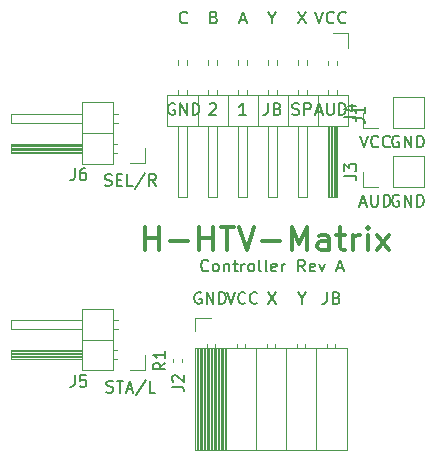
<source format=gbr>
%TF.GenerationSoftware,KiCad,Pcbnew,5.1.9+dfsg1-1*%
%TF.CreationDate,2021-11-08T10:09:36+01:00*%
%TF.ProjectId,Controller,436f6e74-726f-46c6-9c65-722e6b696361,rev?*%
%TF.SameCoordinates,Original*%
%TF.FileFunction,Legend,Top*%
%TF.FilePolarity,Positive*%
%FSLAX46Y46*%
G04 Gerber Fmt 4.6, Leading zero omitted, Abs format (unit mm)*
G04 Created by KiCad (PCBNEW 5.1.9+dfsg1-1) date 2021-11-08 10:09:36*
%MOMM*%
%LPD*%
G01*
G04 APERTURE LIST*
%ADD10C,0.200000*%
%ADD11C,0.300000*%
%ADD12C,0.150000*%
%ADD13C,0.120000*%
G04 APERTURE END LIST*
D10*
X109595238Y-80357142D02*
X109547619Y-80404761D01*
X109404761Y-80452380D01*
X109309523Y-80452380D01*
X109166666Y-80404761D01*
X109071428Y-80309523D01*
X109023809Y-80214285D01*
X108976190Y-80023809D01*
X108976190Y-79880952D01*
X109023809Y-79690476D01*
X109071428Y-79595238D01*
X109166666Y-79500000D01*
X109309523Y-79452380D01*
X109404761Y-79452380D01*
X109547619Y-79500000D01*
X109595238Y-79547619D01*
X110166666Y-80452380D02*
X110071428Y-80404761D01*
X110023809Y-80357142D01*
X109976190Y-80261904D01*
X109976190Y-79976190D01*
X110023809Y-79880952D01*
X110071428Y-79833333D01*
X110166666Y-79785714D01*
X110309523Y-79785714D01*
X110404761Y-79833333D01*
X110452380Y-79880952D01*
X110500000Y-79976190D01*
X110500000Y-80261904D01*
X110452380Y-80357142D01*
X110404761Y-80404761D01*
X110309523Y-80452380D01*
X110166666Y-80452380D01*
X110928571Y-79785714D02*
X110928571Y-80452380D01*
X110928571Y-79880952D02*
X110976190Y-79833333D01*
X111071428Y-79785714D01*
X111214285Y-79785714D01*
X111309523Y-79833333D01*
X111357142Y-79928571D01*
X111357142Y-80452380D01*
X111690476Y-79785714D02*
X112071428Y-79785714D01*
X111833333Y-79452380D02*
X111833333Y-80309523D01*
X111880952Y-80404761D01*
X111976190Y-80452380D01*
X112071428Y-80452380D01*
X112404761Y-80452380D02*
X112404761Y-79785714D01*
X112404761Y-79976190D02*
X112452380Y-79880952D01*
X112500000Y-79833333D01*
X112595238Y-79785714D01*
X112690476Y-79785714D01*
X113166666Y-80452380D02*
X113071428Y-80404761D01*
X113023809Y-80357142D01*
X112976190Y-80261904D01*
X112976190Y-79976190D01*
X113023809Y-79880952D01*
X113071428Y-79833333D01*
X113166666Y-79785714D01*
X113309523Y-79785714D01*
X113404761Y-79833333D01*
X113452380Y-79880952D01*
X113500000Y-79976190D01*
X113500000Y-80261904D01*
X113452380Y-80357142D01*
X113404761Y-80404761D01*
X113309523Y-80452380D01*
X113166666Y-80452380D01*
X114071428Y-80452380D02*
X113976190Y-80404761D01*
X113928571Y-80309523D01*
X113928571Y-79452380D01*
X114595238Y-80452380D02*
X114500000Y-80404761D01*
X114452380Y-80309523D01*
X114452380Y-79452380D01*
X115357142Y-80404761D02*
X115261904Y-80452380D01*
X115071428Y-80452380D01*
X114976190Y-80404761D01*
X114928571Y-80309523D01*
X114928571Y-79928571D01*
X114976190Y-79833333D01*
X115071428Y-79785714D01*
X115261904Y-79785714D01*
X115357142Y-79833333D01*
X115404761Y-79928571D01*
X115404761Y-80023809D01*
X114928571Y-80119047D01*
X115833333Y-80452380D02*
X115833333Y-79785714D01*
X115833333Y-79976190D02*
X115880952Y-79880952D01*
X115928571Y-79833333D01*
X116023809Y-79785714D01*
X116119047Y-79785714D01*
X117785714Y-80452380D02*
X117452380Y-79976190D01*
X117214285Y-80452380D02*
X117214285Y-79452380D01*
X117595238Y-79452380D01*
X117690476Y-79500000D01*
X117738095Y-79547619D01*
X117785714Y-79642857D01*
X117785714Y-79785714D01*
X117738095Y-79880952D01*
X117690476Y-79928571D01*
X117595238Y-79976190D01*
X117214285Y-79976190D01*
X118595238Y-80404761D02*
X118500000Y-80452380D01*
X118309523Y-80452380D01*
X118214285Y-80404761D01*
X118166666Y-80309523D01*
X118166666Y-79928571D01*
X118214285Y-79833333D01*
X118309523Y-79785714D01*
X118500000Y-79785714D01*
X118595238Y-79833333D01*
X118642857Y-79928571D01*
X118642857Y-80023809D01*
X118166666Y-80119047D01*
X118976190Y-79785714D02*
X119214285Y-80452380D01*
X119452380Y-79785714D01*
X120547619Y-80166666D02*
X121023809Y-80166666D01*
X120452380Y-80452380D02*
X120785714Y-79452380D01*
X121119047Y-80452380D01*
D11*
X104261904Y-78654761D02*
X104261904Y-76654761D01*
X104261904Y-77607142D02*
X105404761Y-77607142D01*
X105404761Y-78654761D02*
X105404761Y-76654761D01*
X106357142Y-77892857D02*
X107880952Y-77892857D01*
X108833333Y-78654761D02*
X108833333Y-76654761D01*
X108833333Y-77607142D02*
X109976190Y-77607142D01*
X109976190Y-78654761D02*
X109976190Y-76654761D01*
X110642857Y-76654761D02*
X111785714Y-76654761D01*
X111214285Y-78654761D02*
X111214285Y-76654761D01*
X112166666Y-76654761D02*
X112833333Y-78654761D01*
X113500000Y-76654761D01*
X114166666Y-77892857D02*
X115690476Y-77892857D01*
X116642857Y-78654761D02*
X116642857Y-76654761D01*
X117309523Y-78083333D01*
X117976190Y-76654761D01*
X117976190Y-78654761D01*
X119785714Y-78654761D02*
X119785714Y-77607142D01*
X119690476Y-77416666D01*
X119500000Y-77321428D01*
X119119047Y-77321428D01*
X118928571Y-77416666D01*
X119785714Y-78559523D02*
X119595238Y-78654761D01*
X119119047Y-78654761D01*
X118928571Y-78559523D01*
X118833333Y-78369047D01*
X118833333Y-78178571D01*
X118928571Y-77988095D01*
X119119047Y-77892857D01*
X119595238Y-77892857D01*
X119785714Y-77797619D01*
X120452380Y-77321428D02*
X121214285Y-77321428D01*
X120738095Y-76654761D02*
X120738095Y-78369047D01*
X120833333Y-78559523D01*
X121023809Y-78654761D01*
X121214285Y-78654761D01*
X121880952Y-78654761D02*
X121880952Y-77321428D01*
X121880952Y-77702380D02*
X121976190Y-77511904D01*
X122071428Y-77416666D01*
X122261904Y-77321428D01*
X122452380Y-77321428D01*
X123119047Y-78654761D02*
X123119047Y-77321428D01*
X123119047Y-76654761D02*
X123023809Y-76750000D01*
X123119047Y-76845238D01*
X123214285Y-76750000D01*
X123119047Y-76654761D01*
X123119047Y-76845238D01*
X123880952Y-78654761D02*
X124928571Y-77321428D01*
X123880952Y-77321428D02*
X124928571Y-78654761D01*
D12*
X100976190Y-90654761D02*
X101119047Y-90702380D01*
X101357142Y-90702380D01*
X101452380Y-90654761D01*
X101500000Y-90607142D01*
X101547619Y-90511904D01*
X101547619Y-90416666D01*
X101500000Y-90321428D01*
X101452380Y-90273809D01*
X101357142Y-90226190D01*
X101166666Y-90178571D01*
X101071428Y-90130952D01*
X101023809Y-90083333D01*
X100976190Y-89988095D01*
X100976190Y-89892857D01*
X101023809Y-89797619D01*
X101071428Y-89750000D01*
X101166666Y-89702380D01*
X101404761Y-89702380D01*
X101547619Y-89750000D01*
X101833333Y-89702380D02*
X102404761Y-89702380D01*
X102119047Y-90702380D02*
X102119047Y-89702380D01*
X102690476Y-90416666D02*
X103166666Y-90416666D01*
X102595238Y-90702380D02*
X102928571Y-89702380D01*
X103261904Y-90702380D01*
X104309523Y-89654761D02*
X103452380Y-90940476D01*
X105119047Y-90702380D02*
X104642857Y-90702380D01*
X104642857Y-89702380D01*
X100833333Y-73154761D02*
X100976190Y-73202380D01*
X101214285Y-73202380D01*
X101309523Y-73154761D01*
X101357142Y-73107142D01*
X101404761Y-73011904D01*
X101404761Y-72916666D01*
X101357142Y-72821428D01*
X101309523Y-72773809D01*
X101214285Y-72726190D01*
X101023809Y-72678571D01*
X100928571Y-72630952D01*
X100880952Y-72583333D01*
X100833333Y-72488095D01*
X100833333Y-72392857D01*
X100880952Y-72297619D01*
X100928571Y-72250000D01*
X101023809Y-72202380D01*
X101261904Y-72202380D01*
X101404761Y-72250000D01*
X101833333Y-72678571D02*
X102166666Y-72678571D01*
X102309523Y-73202380D02*
X101833333Y-73202380D01*
X101833333Y-72202380D01*
X102309523Y-72202380D01*
X103214285Y-73202380D02*
X102738095Y-73202380D01*
X102738095Y-72202380D01*
X104261904Y-72154761D02*
X103404761Y-73440476D01*
X105166666Y-73202380D02*
X104833333Y-72726190D01*
X104595238Y-73202380D02*
X104595238Y-72202380D01*
X104976190Y-72202380D01*
X105071428Y-72250000D01*
X105119047Y-72297619D01*
X105166666Y-72392857D01*
X105166666Y-72535714D01*
X105119047Y-72630952D01*
X105071428Y-72678571D01*
X104976190Y-72726190D01*
X104595238Y-72726190D01*
X108988095Y-82250000D02*
X108892857Y-82202380D01*
X108750000Y-82202380D01*
X108607142Y-82250000D01*
X108511904Y-82345238D01*
X108464285Y-82440476D01*
X108416666Y-82630952D01*
X108416666Y-82773809D01*
X108464285Y-82964285D01*
X108511904Y-83059523D01*
X108607142Y-83154761D01*
X108750000Y-83202380D01*
X108845238Y-83202380D01*
X108988095Y-83154761D01*
X109035714Y-83107142D01*
X109035714Y-82773809D01*
X108845238Y-82773809D01*
X109464285Y-83202380D02*
X109464285Y-82202380D01*
X110035714Y-83202380D01*
X110035714Y-82202380D01*
X110511904Y-83202380D02*
X110511904Y-82202380D01*
X110750000Y-82202380D01*
X110892857Y-82250000D01*
X110988095Y-82345238D01*
X111035714Y-82440476D01*
X111083333Y-82630952D01*
X111083333Y-82773809D01*
X111035714Y-82964285D01*
X110988095Y-83059523D01*
X110892857Y-83154761D01*
X110750000Y-83202380D01*
X110511904Y-83202380D01*
X111166666Y-82202380D02*
X111500000Y-83202380D01*
X111833333Y-82202380D01*
X112738095Y-83107142D02*
X112690476Y-83154761D01*
X112547619Y-83202380D01*
X112452380Y-83202380D01*
X112309523Y-83154761D01*
X112214285Y-83059523D01*
X112166666Y-82964285D01*
X112119047Y-82773809D01*
X112119047Y-82630952D01*
X112166666Y-82440476D01*
X112214285Y-82345238D01*
X112309523Y-82250000D01*
X112452380Y-82202380D01*
X112547619Y-82202380D01*
X112690476Y-82250000D01*
X112738095Y-82297619D01*
X113738095Y-83107142D02*
X113690476Y-83154761D01*
X113547619Y-83202380D01*
X113452380Y-83202380D01*
X113309523Y-83154761D01*
X113214285Y-83059523D01*
X113166666Y-82964285D01*
X113119047Y-82773809D01*
X113119047Y-82630952D01*
X113166666Y-82440476D01*
X113214285Y-82345238D01*
X113309523Y-82250000D01*
X113452380Y-82202380D01*
X113547619Y-82202380D01*
X113690476Y-82250000D01*
X113738095Y-82297619D01*
X114666666Y-82202380D02*
X115333333Y-83202380D01*
X115333333Y-82202380D02*
X114666666Y-83202380D01*
X117500000Y-82726190D02*
X117500000Y-83202380D01*
X117166666Y-82202380D02*
X117500000Y-82726190D01*
X117833333Y-82202380D01*
X119642857Y-82202380D02*
X119642857Y-82916666D01*
X119595238Y-83059523D01*
X119500000Y-83154761D01*
X119357142Y-83202380D01*
X119261904Y-83202380D01*
X120452380Y-82678571D02*
X120595238Y-82726190D01*
X120642857Y-82773809D01*
X120690476Y-82869047D01*
X120690476Y-83011904D01*
X120642857Y-83107142D01*
X120595238Y-83154761D01*
X120500000Y-83202380D01*
X120119047Y-83202380D01*
X120119047Y-82202380D01*
X120452380Y-82202380D01*
X120547619Y-82250000D01*
X120595238Y-82297619D01*
X120642857Y-82392857D01*
X120642857Y-82488095D01*
X120595238Y-82583333D01*
X120547619Y-82630952D01*
X120452380Y-82678571D01*
X120119047Y-82678571D01*
X122416666Y-68952380D02*
X122750000Y-69952380D01*
X123083333Y-68952380D01*
X123988095Y-69857142D02*
X123940476Y-69904761D01*
X123797619Y-69952380D01*
X123702380Y-69952380D01*
X123559523Y-69904761D01*
X123464285Y-69809523D01*
X123416666Y-69714285D01*
X123369047Y-69523809D01*
X123369047Y-69380952D01*
X123416666Y-69190476D01*
X123464285Y-69095238D01*
X123559523Y-69000000D01*
X123702380Y-68952380D01*
X123797619Y-68952380D01*
X123940476Y-69000000D01*
X123988095Y-69047619D01*
X124988095Y-69857142D02*
X124940476Y-69904761D01*
X124797619Y-69952380D01*
X124702380Y-69952380D01*
X124559523Y-69904761D01*
X124464285Y-69809523D01*
X124416666Y-69714285D01*
X124369047Y-69523809D01*
X124369047Y-69380952D01*
X124416666Y-69190476D01*
X124464285Y-69095238D01*
X124559523Y-69000000D01*
X124702380Y-68952380D01*
X124797619Y-68952380D01*
X124940476Y-69000000D01*
X124988095Y-69047619D01*
X122488095Y-74666666D02*
X122964285Y-74666666D01*
X122392857Y-74952380D02*
X122726190Y-73952380D01*
X123059523Y-74952380D01*
X123392857Y-73952380D02*
X123392857Y-74761904D01*
X123440476Y-74857142D01*
X123488095Y-74904761D01*
X123583333Y-74952380D01*
X123773809Y-74952380D01*
X123869047Y-74904761D01*
X123916666Y-74857142D01*
X123964285Y-74761904D01*
X123964285Y-73952380D01*
X124440476Y-74952380D02*
X124440476Y-73952380D01*
X124678571Y-73952380D01*
X124821428Y-74000000D01*
X124916666Y-74095238D01*
X124964285Y-74190476D01*
X125011904Y-74380952D01*
X125011904Y-74523809D01*
X124964285Y-74714285D01*
X124916666Y-74809523D01*
X124821428Y-74904761D01*
X124678571Y-74952380D01*
X124440476Y-74952380D01*
X125738095Y-74000000D02*
X125642857Y-73952380D01*
X125500000Y-73952380D01*
X125357142Y-74000000D01*
X125261904Y-74095238D01*
X125214285Y-74190476D01*
X125166666Y-74380952D01*
X125166666Y-74523809D01*
X125214285Y-74714285D01*
X125261904Y-74809523D01*
X125357142Y-74904761D01*
X125500000Y-74952380D01*
X125595238Y-74952380D01*
X125738095Y-74904761D01*
X125785714Y-74857142D01*
X125785714Y-74523809D01*
X125595238Y-74523809D01*
X126214285Y-74952380D02*
X126214285Y-73952380D01*
X126785714Y-74952380D01*
X126785714Y-73952380D01*
X127261904Y-74952380D02*
X127261904Y-73952380D01*
X127500000Y-73952380D01*
X127642857Y-74000000D01*
X127738095Y-74095238D01*
X127785714Y-74190476D01*
X127833333Y-74380952D01*
X127833333Y-74523809D01*
X127785714Y-74714285D01*
X127738095Y-74809523D01*
X127642857Y-74904761D01*
X127500000Y-74952380D01*
X127261904Y-74952380D01*
X125738095Y-69000000D02*
X125642857Y-68952380D01*
X125500000Y-68952380D01*
X125357142Y-69000000D01*
X125261904Y-69095238D01*
X125214285Y-69190476D01*
X125166666Y-69380952D01*
X125166666Y-69523809D01*
X125214285Y-69714285D01*
X125261904Y-69809523D01*
X125357142Y-69904761D01*
X125500000Y-69952380D01*
X125595238Y-69952380D01*
X125738095Y-69904761D01*
X125785714Y-69857142D01*
X125785714Y-69523809D01*
X125595238Y-69523809D01*
X126214285Y-69952380D02*
X126214285Y-68952380D01*
X126785714Y-69952380D01*
X126785714Y-68952380D01*
X127261904Y-69952380D02*
X127261904Y-68952380D01*
X127500000Y-68952380D01*
X127642857Y-69000000D01*
X127738095Y-69095238D01*
X127785714Y-69190476D01*
X127833333Y-69380952D01*
X127833333Y-69523809D01*
X127785714Y-69714285D01*
X127738095Y-69809523D01*
X127642857Y-69904761D01*
X127500000Y-69952380D01*
X127261904Y-69952380D01*
X118738095Y-66916666D02*
X119214285Y-66916666D01*
X118642857Y-67202380D02*
X118976190Y-66202380D01*
X119309523Y-67202380D01*
X119642857Y-66202380D02*
X119642857Y-67011904D01*
X119690476Y-67107142D01*
X119738095Y-67154761D01*
X119833333Y-67202380D01*
X120023809Y-67202380D01*
X120119047Y-67154761D01*
X120166666Y-67107142D01*
X120214285Y-67011904D01*
X120214285Y-66202380D01*
X120690476Y-67202380D02*
X120690476Y-66202380D01*
X120928571Y-66202380D01*
X121071428Y-66250000D01*
X121166666Y-66345238D01*
X121214285Y-66440476D01*
X121261904Y-66630952D01*
X121261904Y-66773809D01*
X121214285Y-66964285D01*
X121166666Y-67059523D01*
X121071428Y-67154761D01*
X120928571Y-67202380D01*
X120690476Y-67202380D01*
X116714285Y-67154761D02*
X116857142Y-67202380D01*
X117095238Y-67202380D01*
X117190476Y-67154761D01*
X117238095Y-67107142D01*
X117285714Y-67011904D01*
X117285714Y-66916666D01*
X117238095Y-66821428D01*
X117190476Y-66773809D01*
X117095238Y-66726190D01*
X116904761Y-66678571D01*
X116809523Y-66630952D01*
X116761904Y-66583333D01*
X116714285Y-66488095D01*
X116714285Y-66392857D01*
X116761904Y-66297619D01*
X116809523Y-66250000D01*
X116904761Y-66202380D01*
X117142857Y-66202380D01*
X117285714Y-66250000D01*
X117714285Y-67202380D02*
X117714285Y-66202380D01*
X118095238Y-66202380D01*
X118190476Y-66250000D01*
X118238095Y-66297619D01*
X118285714Y-66392857D01*
X118285714Y-66535714D01*
X118238095Y-66630952D01*
X118190476Y-66678571D01*
X118095238Y-66726190D01*
X117714285Y-66726190D01*
X114642857Y-66202380D02*
X114642857Y-66916666D01*
X114595238Y-67059523D01*
X114500000Y-67154761D01*
X114357142Y-67202380D01*
X114261904Y-67202380D01*
X115452380Y-66678571D02*
X115595238Y-66726190D01*
X115642857Y-66773809D01*
X115690476Y-66869047D01*
X115690476Y-67011904D01*
X115642857Y-67107142D01*
X115595238Y-67154761D01*
X115500000Y-67202380D01*
X115119047Y-67202380D01*
X115119047Y-66202380D01*
X115452380Y-66202380D01*
X115547619Y-66250000D01*
X115595238Y-66297619D01*
X115642857Y-66392857D01*
X115642857Y-66488095D01*
X115595238Y-66583333D01*
X115547619Y-66630952D01*
X115452380Y-66678571D01*
X115119047Y-66678571D01*
X112785714Y-67202380D02*
X112214285Y-67202380D01*
X112500000Y-67202380D02*
X112500000Y-66202380D01*
X112404761Y-66345238D01*
X112309523Y-66440476D01*
X112214285Y-66488095D01*
X109714285Y-66297619D02*
X109761904Y-66250000D01*
X109857142Y-66202380D01*
X110095238Y-66202380D01*
X110190476Y-66250000D01*
X110238095Y-66297619D01*
X110285714Y-66392857D01*
X110285714Y-66488095D01*
X110238095Y-66630952D01*
X109666666Y-67202380D01*
X110285714Y-67202380D01*
X106738095Y-66250000D02*
X106642857Y-66202380D01*
X106500000Y-66202380D01*
X106357142Y-66250000D01*
X106261904Y-66345238D01*
X106214285Y-66440476D01*
X106166666Y-66630952D01*
X106166666Y-66773809D01*
X106214285Y-66964285D01*
X106261904Y-67059523D01*
X106357142Y-67154761D01*
X106500000Y-67202380D01*
X106595238Y-67202380D01*
X106738095Y-67154761D01*
X106785714Y-67107142D01*
X106785714Y-66773809D01*
X106595238Y-66773809D01*
X107214285Y-67202380D02*
X107214285Y-66202380D01*
X107785714Y-67202380D01*
X107785714Y-66202380D01*
X108261904Y-67202380D02*
X108261904Y-66202380D01*
X108500000Y-66202380D01*
X108642857Y-66250000D01*
X108738095Y-66345238D01*
X108785714Y-66440476D01*
X108833333Y-66630952D01*
X108833333Y-66773809D01*
X108785714Y-66964285D01*
X108738095Y-67059523D01*
X108642857Y-67154761D01*
X108500000Y-67202380D01*
X108261904Y-67202380D01*
X107809523Y-59357142D02*
X107761904Y-59404761D01*
X107619047Y-59452380D01*
X107523809Y-59452380D01*
X107380952Y-59404761D01*
X107285714Y-59309523D01*
X107238095Y-59214285D01*
X107190476Y-59023809D01*
X107190476Y-58880952D01*
X107238095Y-58690476D01*
X107285714Y-58595238D01*
X107380952Y-58500000D01*
X107523809Y-58452380D01*
X107619047Y-58452380D01*
X107761904Y-58500000D01*
X107809523Y-58547619D01*
X110071428Y-58928571D02*
X110214285Y-58976190D01*
X110261904Y-59023809D01*
X110309523Y-59119047D01*
X110309523Y-59261904D01*
X110261904Y-59357142D01*
X110214285Y-59404761D01*
X110119047Y-59452380D01*
X109738095Y-59452380D01*
X109738095Y-58452380D01*
X110071428Y-58452380D01*
X110166666Y-58500000D01*
X110214285Y-58547619D01*
X110261904Y-58642857D01*
X110261904Y-58738095D01*
X110214285Y-58833333D01*
X110166666Y-58880952D01*
X110071428Y-58928571D01*
X109738095Y-58928571D01*
X112261904Y-59166666D02*
X112738095Y-59166666D01*
X112166666Y-59452380D02*
X112500000Y-58452380D01*
X112833333Y-59452380D01*
X115000000Y-58976190D02*
X115000000Y-59452380D01*
X114666666Y-58452380D02*
X115000000Y-58976190D01*
X115333333Y-58452380D01*
X117166666Y-58452380D02*
X117833333Y-59452380D01*
X117833333Y-58452380D02*
X117166666Y-59452380D01*
X118666666Y-58452380D02*
X119000000Y-59452380D01*
X119333333Y-58452380D01*
X120238095Y-59357142D02*
X120190476Y-59404761D01*
X120047619Y-59452380D01*
X119952380Y-59452380D01*
X119809523Y-59404761D01*
X119714285Y-59309523D01*
X119666666Y-59214285D01*
X119619047Y-59023809D01*
X119619047Y-58880952D01*
X119666666Y-58690476D01*
X119714285Y-58595238D01*
X119809523Y-58500000D01*
X119952380Y-58452380D01*
X120047619Y-58452380D01*
X120190476Y-58500000D01*
X120238095Y-58547619D01*
X121238095Y-59357142D02*
X121190476Y-59404761D01*
X121047619Y-59452380D01*
X120952380Y-59452380D01*
X120809523Y-59404761D01*
X120714285Y-59309523D01*
X120666666Y-59214285D01*
X120619047Y-59023809D01*
X120619047Y-58880952D01*
X120666666Y-58690476D01*
X120714285Y-58595238D01*
X120809523Y-58500000D01*
X120952380Y-58452380D01*
X121047619Y-58452380D01*
X121190476Y-58500000D01*
X121238095Y-58547619D01*
D13*
%TO.C,J6*%
X101560000Y-71330000D02*
X101560000Y-66130000D01*
X101560000Y-66130000D02*
X98900000Y-66130000D01*
X98900000Y-66130000D02*
X98900000Y-71330000D01*
X98900000Y-71330000D02*
X101560000Y-71330000D01*
X98900000Y-70380000D02*
X92900000Y-70380000D01*
X92900000Y-70380000D02*
X92900000Y-69620000D01*
X92900000Y-69620000D02*
X98900000Y-69620000D01*
X98900000Y-70320000D02*
X92900000Y-70320000D01*
X98900000Y-70200000D02*
X92900000Y-70200000D01*
X98900000Y-70080000D02*
X92900000Y-70080000D01*
X98900000Y-69960000D02*
X92900000Y-69960000D01*
X98900000Y-69840000D02*
X92900000Y-69840000D01*
X98900000Y-69720000D02*
X92900000Y-69720000D01*
X101890000Y-70380000D02*
X101560000Y-70380000D01*
X101890000Y-69620000D02*
X101560000Y-69620000D01*
X101560000Y-68730000D02*
X98900000Y-68730000D01*
X98900000Y-67840000D02*
X92900000Y-67840000D01*
X92900000Y-67840000D02*
X92900000Y-67080000D01*
X92900000Y-67080000D02*
X98900000Y-67080000D01*
X101957071Y-67840000D02*
X101560000Y-67840000D01*
X101957071Y-67080000D02*
X101560000Y-67080000D01*
X104270000Y-70000000D02*
X104270000Y-71270000D01*
X104270000Y-71270000D02*
X103000000Y-71270000D01*
%TO.C,J5*%
X101560000Y-88830000D02*
X101560000Y-83630000D01*
X101560000Y-83630000D02*
X98900000Y-83630000D01*
X98900000Y-83630000D02*
X98900000Y-88830000D01*
X98900000Y-88830000D02*
X101560000Y-88830000D01*
X98900000Y-87880000D02*
X92900000Y-87880000D01*
X92900000Y-87880000D02*
X92900000Y-87120000D01*
X92900000Y-87120000D02*
X98900000Y-87120000D01*
X98900000Y-87820000D02*
X92900000Y-87820000D01*
X98900000Y-87700000D02*
X92900000Y-87700000D01*
X98900000Y-87580000D02*
X92900000Y-87580000D01*
X98900000Y-87460000D02*
X92900000Y-87460000D01*
X98900000Y-87340000D02*
X92900000Y-87340000D01*
X98900000Y-87220000D02*
X92900000Y-87220000D01*
X101890000Y-87880000D02*
X101560000Y-87880000D01*
X101890000Y-87120000D02*
X101560000Y-87120000D01*
X101560000Y-86230000D02*
X98900000Y-86230000D01*
X98900000Y-85340000D02*
X92900000Y-85340000D01*
X92900000Y-85340000D02*
X92900000Y-84580000D01*
X92900000Y-84580000D02*
X98900000Y-84580000D01*
X101957071Y-85340000D02*
X101560000Y-85340000D01*
X101957071Y-84580000D02*
X101560000Y-84580000D01*
X104270000Y-87500000D02*
X104270000Y-88770000D01*
X104270000Y-88770000D02*
X103000000Y-88770000D01*
%TO.C,R1*%
X107380000Y-87836359D02*
X107380000Y-88143641D01*
X106620000Y-87836359D02*
X106620000Y-88143641D01*
%TO.C,J4*%
X127870000Y-68330000D02*
X127870000Y-65670000D01*
X125270000Y-68330000D02*
X127870000Y-68330000D01*
X125270000Y-65670000D02*
X127870000Y-65670000D01*
X125270000Y-68330000D02*
X125270000Y-65670000D01*
X124000000Y-68330000D02*
X122670000Y-68330000D01*
X122670000Y-68330000D02*
X122670000Y-67000000D01*
%TO.C,J3*%
X127870000Y-73330000D02*
X127870000Y-70670000D01*
X125270000Y-73330000D02*
X127870000Y-73330000D01*
X125270000Y-70670000D02*
X127870000Y-70670000D01*
X125270000Y-73330000D02*
X125270000Y-70670000D01*
X124000000Y-73330000D02*
X122670000Y-73330000D01*
X122670000Y-73330000D02*
X122670000Y-72000000D01*
%TO.C,J2*%
X108630000Y-95590000D02*
X108630000Y-86960000D01*
X108748095Y-95590000D02*
X108748095Y-86960000D01*
X108866190Y-95590000D02*
X108866190Y-86960000D01*
X108984285Y-95590000D02*
X108984285Y-86960000D01*
X109102380Y-95590000D02*
X109102380Y-86960000D01*
X109220475Y-95590000D02*
X109220475Y-86960000D01*
X109338570Y-95590000D02*
X109338570Y-86960000D01*
X109456665Y-95590000D02*
X109456665Y-86960000D01*
X109574760Y-95590000D02*
X109574760Y-86960000D01*
X109692855Y-95590000D02*
X109692855Y-86960000D01*
X109810950Y-95590000D02*
X109810950Y-86960000D01*
X109929045Y-95590000D02*
X109929045Y-86960000D01*
X110047140Y-95590000D02*
X110047140Y-86960000D01*
X110165235Y-95590000D02*
X110165235Y-86960000D01*
X110283330Y-95590000D02*
X110283330Y-86960000D01*
X110401425Y-95590000D02*
X110401425Y-86960000D01*
X110519520Y-95590000D02*
X110519520Y-86960000D01*
X110637615Y-95590000D02*
X110637615Y-86960000D01*
X110755710Y-95590000D02*
X110755710Y-86960000D01*
X110873805Y-95590000D02*
X110873805Y-86960000D01*
X110991900Y-95590000D02*
X110991900Y-86960000D01*
X109480000Y-86960000D02*
X109480000Y-86610000D01*
X110200000Y-86960000D02*
X110200000Y-86610000D01*
X112020000Y-86960000D02*
X112020000Y-86550000D01*
X112740000Y-86960000D02*
X112740000Y-86550000D01*
X114560000Y-86960000D02*
X114560000Y-86550000D01*
X115280000Y-86960000D02*
X115280000Y-86550000D01*
X117100000Y-86960000D02*
X117100000Y-86550000D01*
X117820000Y-86960000D02*
X117820000Y-86550000D01*
X119640000Y-86960000D02*
X119640000Y-86550000D01*
X120360000Y-86960000D02*
X120360000Y-86550000D01*
X111110000Y-95590000D02*
X111110000Y-86960000D01*
X113650000Y-95590000D02*
X113650000Y-86960000D01*
X116190000Y-95590000D02*
X116190000Y-86960000D01*
X118730000Y-95590000D02*
X118730000Y-86960000D01*
X108510000Y-95590000D02*
X108510000Y-86960000D01*
X108510000Y-86960000D02*
X121330000Y-86960000D01*
X121330000Y-95590000D02*
X121330000Y-86960000D01*
X108510000Y-95590000D02*
X121330000Y-95590000D01*
X108510000Y-84390000D02*
X109840000Y-84390000D01*
X108510000Y-85500000D02*
X108510000Y-84390000D01*
%TO.C,J1*%
X121450000Y-65480000D02*
X106090000Y-65480000D01*
X106090000Y-65480000D02*
X106090000Y-68140000D01*
X106090000Y-68140000D02*
X121450000Y-68140000D01*
X121450000Y-68140000D02*
X121450000Y-65480000D01*
X120500000Y-68140000D02*
X120500000Y-74140000D01*
X120500000Y-74140000D02*
X119740000Y-74140000D01*
X119740000Y-74140000D02*
X119740000Y-68140000D01*
X120440000Y-68140000D02*
X120440000Y-74140000D01*
X120320000Y-68140000D02*
X120320000Y-74140000D01*
X120200000Y-68140000D02*
X120200000Y-74140000D01*
X120080000Y-68140000D02*
X120080000Y-74140000D01*
X119960000Y-68140000D02*
X119960000Y-74140000D01*
X119840000Y-68140000D02*
X119840000Y-74140000D01*
X120500000Y-65082929D02*
X120500000Y-65480000D01*
X119740000Y-65082929D02*
X119740000Y-65480000D01*
X120500000Y-62610000D02*
X120500000Y-62997071D01*
X119740000Y-62610000D02*
X119740000Y-62997071D01*
X118850000Y-65480000D02*
X118850000Y-68140000D01*
X117960000Y-68140000D02*
X117960000Y-74140000D01*
X117960000Y-74140000D02*
X117200000Y-74140000D01*
X117200000Y-74140000D02*
X117200000Y-68140000D01*
X117960000Y-65082929D02*
X117960000Y-65480000D01*
X117200000Y-65082929D02*
X117200000Y-65480000D01*
X117960000Y-62542929D02*
X117960000Y-62997071D01*
X117200000Y-62542929D02*
X117200000Y-62997071D01*
X116310000Y-65480000D02*
X116310000Y-68140000D01*
X115420000Y-68140000D02*
X115420000Y-74140000D01*
X115420000Y-74140000D02*
X114660000Y-74140000D01*
X114660000Y-74140000D02*
X114660000Y-68140000D01*
X115420000Y-65082929D02*
X115420000Y-65480000D01*
X114660000Y-65082929D02*
X114660000Y-65480000D01*
X115420000Y-62542929D02*
X115420000Y-62997071D01*
X114660000Y-62542929D02*
X114660000Y-62997071D01*
X113770000Y-65480000D02*
X113770000Y-68140000D01*
X112880000Y-68140000D02*
X112880000Y-74140000D01*
X112880000Y-74140000D02*
X112120000Y-74140000D01*
X112120000Y-74140000D02*
X112120000Y-68140000D01*
X112880000Y-65082929D02*
X112880000Y-65480000D01*
X112120000Y-65082929D02*
X112120000Y-65480000D01*
X112880000Y-62542929D02*
X112880000Y-62997071D01*
X112120000Y-62542929D02*
X112120000Y-62997071D01*
X111230000Y-65480000D02*
X111230000Y-68140000D01*
X110340000Y-68140000D02*
X110340000Y-74140000D01*
X110340000Y-74140000D02*
X109580000Y-74140000D01*
X109580000Y-74140000D02*
X109580000Y-68140000D01*
X110340000Y-65082929D02*
X110340000Y-65480000D01*
X109580000Y-65082929D02*
X109580000Y-65480000D01*
X110340000Y-62542929D02*
X110340000Y-62997071D01*
X109580000Y-62542929D02*
X109580000Y-62997071D01*
X108690000Y-65480000D02*
X108690000Y-68140000D01*
X107800000Y-68140000D02*
X107800000Y-74140000D01*
X107800000Y-74140000D02*
X107040000Y-74140000D01*
X107040000Y-74140000D02*
X107040000Y-68140000D01*
X107800000Y-65082929D02*
X107800000Y-65480000D01*
X107040000Y-65082929D02*
X107040000Y-65480000D01*
X107800000Y-62542929D02*
X107800000Y-62997071D01*
X107040000Y-62542929D02*
X107040000Y-62997071D01*
X120120000Y-60230000D02*
X121390000Y-60230000D01*
X121390000Y-60230000D02*
X121390000Y-61500000D01*
%TO.C,J6*%
D12*
X98281666Y-71722380D02*
X98281666Y-72436666D01*
X98234047Y-72579523D01*
X98138809Y-72674761D01*
X97995952Y-72722380D01*
X97900714Y-72722380D01*
X99186428Y-71722380D02*
X98995952Y-71722380D01*
X98900714Y-71770000D01*
X98853095Y-71817619D01*
X98757857Y-71960476D01*
X98710238Y-72150952D01*
X98710238Y-72531904D01*
X98757857Y-72627142D01*
X98805476Y-72674761D01*
X98900714Y-72722380D01*
X99091190Y-72722380D01*
X99186428Y-72674761D01*
X99234047Y-72627142D01*
X99281666Y-72531904D01*
X99281666Y-72293809D01*
X99234047Y-72198571D01*
X99186428Y-72150952D01*
X99091190Y-72103333D01*
X98900714Y-72103333D01*
X98805476Y-72150952D01*
X98757857Y-72198571D01*
X98710238Y-72293809D01*
%TO.C,J5*%
X98281666Y-89222380D02*
X98281666Y-89936666D01*
X98234047Y-90079523D01*
X98138809Y-90174761D01*
X97995952Y-90222380D01*
X97900714Y-90222380D01*
X99234047Y-89222380D02*
X98757857Y-89222380D01*
X98710238Y-89698571D01*
X98757857Y-89650952D01*
X98853095Y-89603333D01*
X99091190Y-89603333D01*
X99186428Y-89650952D01*
X99234047Y-89698571D01*
X99281666Y-89793809D01*
X99281666Y-90031904D01*
X99234047Y-90127142D01*
X99186428Y-90174761D01*
X99091190Y-90222380D01*
X98853095Y-90222380D01*
X98757857Y-90174761D01*
X98710238Y-90127142D01*
%TO.C,R1*%
X105952380Y-88166666D02*
X105476190Y-88500000D01*
X105952380Y-88738095D02*
X104952380Y-88738095D01*
X104952380Y-88357142D01*
X105000000Y-88261904D01*
X105047619Y-88214285D01*
X105142857Y-88166666D01*
X105285714Y-88166666D01*
X105380952Y-88214285D01*
X105428571Y-88261904D01*
X105476190Y-88357142D01*
X105476190Y-88738095D01*
X105952380Y-87214285D02*
X105952380Y-87785714D01*
X105952380Y-87500000D02*
X104952380Y-87500000D01*
X105095238Y-87595238D01*
X105190476Y-87690476D01*
X105238095Y-87785714D01*
%TO.C,J4*%
X121122380Y-67333333D02*
X121836666Y-67333333D01*
X121979523Y-67380952D01*
X122074761Y-67476190D01*
X122122380Y-67619047D01*
X122122380Y-67714285D01*
X121455714Y-66428571D02*
X122122380Y-66428571D01*
X121074761Y-66666666D02*
X121789047Y-66904761D01*
X121789047Y-66285714D01*
%TO.C,J3*%
X121122380Y-72333333D02*
X121836666Y-72333333D01*
X121979523Y-72380952D01*
X122074761Y-72476190D01*
X122122380Y-72619047D01*
X122122380Y-72714285D01*
X121122380Y-71952380D02*
X121122380Y-71333333D01*
X121503333Y-71666666D01*
X121503333Y-71523809D01*
X121550952Y-71428571D01*
X121598571Y-71380952D01*
X121693809Y-71333333D01*
X121931904Y-71333333D01*
X122027142Y-71380952D01*
X122074761Y-71428571D01*
X122122380Y-71523809D01*
X122122380Y-71809523D01*
X122074761Y-71904761D01*
X122027142Y-71952380D01*
%TO.C,J2*%
X106522380Y-90213333D02*
X107236666Y-90213333D01*
X107379523Y-90260952D01*
X107474761Y-90356190D01*
X107522380Y-90499047D01*
X107522380Y-90594285D01*
X106617619Y-89784761D02*
X106570000Y-89737142D01*
X106522380Y-89641904D01*
X106522380Y-89403809D01*
X106570000Y-89308571D01*
X106617619Y-89260952D01*
X106712857Y-89213333D01*
X106808095Y-89213333D01*
X106950952Y-89260952D01*
X107522380Y-89832380D01*
X107522380Y-89213333D01*
%TO.C,J1*%
X121842380Y-67488333D02*
X122556666Y-67488333D01*
X122699523Y-67535952D01*
X122794761Y-67631190D01*
X122842380Y-67774047D01*
X122842380Y-67869285D01*
X122842380Y-66488333D02*
X122842380Y-67059761D01*
X122842380Y-66774047D02*
X121842380Y-66774047D01*
X121985238Y-66869285D01*
X122080476Y-66964523D01*
X122128095Y-67059761D01*
%TD*%
M02*

</source>
